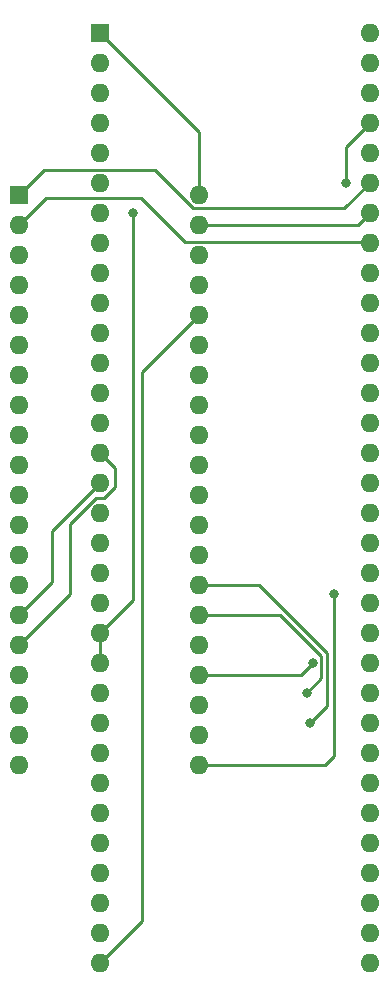
<source format=gbl>
G04 #@! TF.GenerationSoftware,KiCad,Pcbnew,(6.0.0)*
G04 #@! TF.CreationDate,2023-01-29T20:39:39-05:00*
G04 #@! TF.ProjectId,tms7000 64 pin adapter,746d7337-3030-4302-9036-342070696e20,rev?*
G04 #@! TF.SameCoordinates,Original*
G04 #@! TF.FileFunction,Copper,L2,Bot*
G04 #@! TF.FilePolarity,Positive*
%FSLAX46Y46*%
G04 Gerber Fmt 4.6, Leading zero omitted, Abs format (unit mm)*
G04 Created by KiCad (PCBNEW (6.0.0)) date 2023-01-29 20:39:39*
%MOMM*%
%LPD*%
G01*
G04 APERTURE LIST*
G04 #@! TA.AperFunction,ComponentPad*
%ADD10R,1.600000X1.600000*%
G04 #@! TD*
G04 #@! TA.AperFunction,ComponentPad*
%ADD11O,1.600000X1.600000*%
G04 #@! TD*
G04 #@! TA.AperFunction,ViaPad*
%ADD12C,0.800000*%
G04 #@! TD*
G04 #@! TA.AperFunction,Conductor*
%ADD13C,0.250000*%
G04 #@! TD*
G04 APERTURE END LIST*
D10*
X115565000Y-52837000D03*
D11*
X115565000Y-55377000D03*
X115565000Y-57917000D03*
X115565000Y-60457000D03*
X115565000Y-62997000D03*
X115565000Y-65537000D03*
X115565000Y-68077000D03*
X115565000Y-70617000D03*
X115565000Y-73157000D03*
X115565000Y-75697000D03*
X115565000Y-78237000D03*
X115565000Y-80777000D03*
X115565000Y-83317000D03*
X115565000Y-85857000D03*
X115565000Y-88397000D03*
X115565000Y-90937000D03*
X115565000Y-93477000D03*
X115565000Y-96017000D03*
X115565000Y-98557000D03*
X115565000Y-101097000D03*
X130805000Y-101097000D03*
X130805000Y-98557000D03*
X130805000Y-96017000D03*
X130805000Y-93477000D03*
X130805000Y-90937000D03*
X130805000Y-88397000D03*
X130805000Y-85857000D03*
X130805000Y-83317000D03*
X130805000Y-80777000D03*
X130805000Y-78237000D03*
X130805000Y-75697000D03*
X130805000Y-73157000D03*
X130805000Y-70617000D03*
X130805000Y-68077000D03*
X130805000Y-65537000D03*
X130805000Y-62997000D03*
X130805000Y-60457000D03*
X130805000Y-57917000D03*
X130805000Y-55377000D03*
X130805000Y-52837000D03*
D10*
X122428000Y-39116000D03*
D11*
X122428000Y-41656000D03*
X122428000Y-44196000D03*
X122428000Y-46736000D03*
X122428000Y-49276000D03*
X122428000Y-51816000D03*
X122428000Y-54356000D03*
X122428000Y-56896000D03*
X122428000Y-59436000D03*
X122428000Y-61976000D03*
X122428000Y-64516000D03*
X122428000Y-67056000D03*
X122428000Y-69596000D03*
X122428000Y-72136000D03*
X122428000Y-74676000D03*
X122428000Y-77216000D03*
X122428000Y-79756000D03*
X122428000Y-82296000D03*
X122428000Y-84836000D03*
X122428000Y-87376000D03*
X122428000Y-89916000D03*
X122428000Y-92456000D03*
X122428000Y-94996000D03*
X122428000Y-97536000D03*
X122428000Y-100076000D03*
X122428000Y-102616000D03*
X122428000Y-105156000D03*
X122428000Y-107696000D03*
X122428000Y-110236000D03*
X122428000Y-112776000D03*
X122428000Y-115316000D03*
X122428000Y-117856000D03*
X145288000Y-117856000D03*
X145288000Y-115316000D03*
X145288000Y-112776000D03*
X145288000Y-110236000D03*
X145288000Y-107696000D03*
X145288000Y-105156000D03*
X145288000Y-102616000D03*
X145288000Y-100076000D03*
X145288000Y-97536000D03*
X145288000Y-94996000D03*
X145288000Y-92456000D03*
X145288000Y-89916000D03*
X145288000Y-87376000D03*
X145288000Y-84836000D03*
X145288000Y-82296000D03*
X145288000Y-79756000D03*
X145288000Y-77216000D03*
X145288000Y-74676000D03*
X145288000Y-72136000D03*
X145288000Y-69596000D03*
X145288000Y-67056000D03*
X145288000Y-64516000D03*
X145288000Y-61976000D03*
X145288000Y-59436000D03*
X145288000Y-56896000D03*
X145288000Y-54356000D03*
X145288000Y-51816000D03*
X145288000Y-49276000D03*
X145288000Y-46736000D03*
X145288000Y-44196000D03*
X145288000Y-41656000D03*
X145288000Y-39116000D03*
D12*
X142240000Y-86614000D03*
X140462000Y-92456000D03*
X139954000Y-94996000D03*
X140208000Y-97536000D03*
X143256000Y-51816000D03*
X125222000Y-54356000D03*
D13*
X145288000Y-51816000D02*
X143142489Y-53961511D01*
X130339211Y-53961511D02*
X127069189Y-50691489D01*
X143142489Y-53961511D02*
X130339211Y-53961511D01*
X127069189Y-50691489D02*
X117710511Y-50691489D01*
X117710511Y-50691489D02*
X115565000Y-52837000D01*
X115565000Y-55377000D02*
X117856000Y-53086000D01*
X145288000Y-56896000D02*
X145184489Y-56792489D01*
X125937022Y-53086000D02*
X129643511Y-56792489D01*
X145184489Y-56792489D02*
X129643511Y-56792489D01*
X117856000Y-53086000D02*
X125937022Y-53086000D01*
X115565000Y-88397000D02*
X118364000Y-85598000D01*
X118364000Y-85598000D02*
X118364000Y-81280000D01*
X118364000Y-81280000D02*
X122428000Y-77216000D01*
X123698000Y-75946000D02*
X123698000Y-77536300D01*
X123698000Y-77536300D02*
X122748300Y-78486000D01*
X122748300Y-78486000D02*
X122107700Y-78486000D01*
X119888000Y-80705700D02*
X119888000Y-86614000D01*
X122428000Y-74676000D02*
X123698000Y-75946000D01*
X122107700Y-78486000D02*
X119888000Y-80705700D01*
X119888000Y-86614000D02*
X115565000Y-90937000D01*
X141473000Y-101097000D02*
X130805000Y-101097000D01*
X142240000Y-86614000D02*
X142240000Y-100330000D01*
X142240000Y-100330000D02*
X141473000Y-101097000D01*
X140462000Y-92456000D02*
X139441000Y-93477000D01*
X139441000Y-93477000D02*
X130805000Y-93477000D01*
X139954000Y-94996000D02*
X141186511Y-93763489D01*
X141186511Y-93763489D02*
X141186511Y-91910511D01*
X137673000Y-88397000D02*
X130805000Y-88397000D01*
X141186511Y-91910511D02*
X137673000Y-88397000D01*
X141636031Y-96107969D02*
X141636031Y-91598031D01*
X140208000Y-97536000D02*
X141636031Y-96107969D01*
X135895000Y-85857000D02*
X130805000Y-85857000D01*
X141636031Y-91598031D02*
X135895000Y-85857000D01*
X125984000Y-67818000D02*
X125984000Y-114300000D01*
X130805000Y-62997000D02*
X125984000Y-67818000D01*
X125984000Y-114300000D02*
X122428000Y-117856000D01*
X143256000Y-48768000D02*
X145288000Y-46736000D01*
X143256000Y-51816000D02*
X143256000Y-48768000D01*
X144267000Y-55377000D02*
X145288000Y-54356000D01*
X130805000Y-55377000D02*
X144267000Y-55377000D01*
X130805000Y-47493000D02*
X122428000Y-39116000D01*
X130805000Y-52837000D02*
X130805000Y-47493000D01*
X122428000Y-92456000D02*
X122428000Y-89916000D01*
X125222000Y-54356000D02*
X125222000Y-87122000D01*
X125222000Y-87122000D02*
X122428000Y-89916000D01*
M02*

</source>
